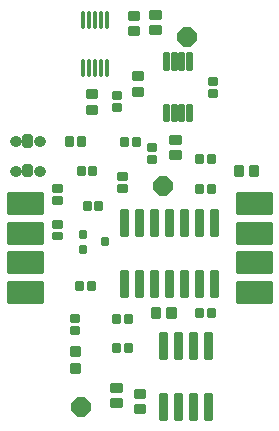
<source format=gbr>
G04 EAGLE Gerber RS-274X export*
G75*
%MOMM*%
%FSLAX34Y34*%
%LPD*%
%INSoldermask Top*%
%IPPOS*%
%AMOC8*
5,1,8,0,0,1.08239X$1,22.5*%
G01*
%ADD10C,0.377000*%
%ADD11C,0.231559*%
%ADD12C,0.223409*%
%ADD13C,0.225369*%
%ADD14C,0.927000*%
%ADD15C,0.528388*%
%ADD16C,0.231750*%
%ADD17C,0.229106*%
%ADD18C,0.228344*%
%ADD19C,0.231238*%
%ADD20P,1.761049X8X202.500000*%


D10*
X87000Y353250D02*
X87000Y341250D01*
X82000Y341250D02*
X82000Y353250D01*
X77000Y353250D02*
X77000Y341250D01*
X72000Y341250D02*
X72000Y353250D01*
X67000Y353250D02*
X67000Y341250D01*
X87000Y312750D02*
X87000Y300750D01*
X82000Y300750D02*
X82000Y312750D01*
X77000Y312750D02*
X77000Y300750D01*
X72000Y300750D02*
X72000Y312750D01*
X67000Y312750D02*
X67000Y300750D01*
D11*
X117355Y290161D02*
X117355Y284207D01*
X109401Y284207D01*
X109401Y290161D01*
X117355Y290161D01*
X117355Y286407D02*
X109401Y286407D01*
X109401Y288607D02*
X117355Y288607D01*
X117355Y297207D02*
X117355Y303161D01*
X117355Y297207D02*
X109401Y297207D01*
X109401Y303161D01*
X117355Y303161D01*
X117355Y299407D02*
X109401Y299407D01*
X109401Y301607D02*
X117355Y301607D01*
X77977Y274977D02*
X77977Y269023D01*
X70023Y269023D01*
X70023Y274977D01*
X77977Y274977D01*
X77977Y271223D02*
X70023Y271223D01*
X70023Y273423D02*
X77977Y273423D01*
X77977Y282023D02*
X77977Y287977D01*
X77977Y282023D02*
X70023Y282023D01*
X70023Y287977D01*
X77977Y287977D01*
X77977Y284223D02*
X70023Y284223D01*
X70023Y286423D02*
X77977Y286423D01*
X148977Y236477D02*
X148977Y230523D01*
X141023Y230523D01*
X141023Y236477D01*
X148977Y236477D01*
X148977Y232723D02*
X141023Y232723D01*
X141023Y234923D02*
X148977Y234923D01*
X148977Y243523D02*
X148977Y249477D01*
X148977Y243523D02*
X141023Y243523D01*
X141023Y249477D01*
X148977Y249477D01*
X148977Y245723D02*
X141023Y245723D01*
X141023Y247923D02*
X148977Y247923D01*
X195523Y216023D02*
X201477Y216023D01*
X195523Y216023D02*
X195523Y223977D01*
X201477Y223977D01*
X201477Y216023D01*
X201477Y218223D02*
X195523Y218223D01*
X195523Y220423D02*
X201477Y220423D01*
X201477Y222623D02*
X195523Y222623D01*
X208523Y216023D02*
X214477Y216023D01*
X208523Y216023D02*
X208523Y223977D01*
X214477Y223977D01*
X214477Y216023D01*
X214477Y218223D02*
X208523Y218223D01*
X208523Y220423D02*
X214477Y220423D01*
X214477Y222623D02*
X208523Y222623D01*
X131477Y96023D02*
X125523Y96023D01*
X125523Y103977D01*
X131477Y103977D01*
X131477Y96023D01*
X131477Y98223D02*
X125523Y98223D01*
X125523Y100423D02*
X131477Y100423D01*
X131477Y102623D02*
X125523Y102623D01*
X138523Y96023D02*
X144477Y96023D01*
X138523Y96023D02*
X138523Y103977D01*
X144477Y103977D01*
X144477Y96023D01*
X144477Y98223D02*
X138523Y98223D01*
X138523Y100423D02*
X144477Y100423D01*
X144477Y102623D02*
X138523Y102623D01*
X91023Y39477D02*
X91023Y33523D01*
X91023Y39477D02*
X98977Y39477D01*
X98977Y33523D01*
X91023Y33523D01*
X91023Y35723D02*
X98977Y35723D01*
X98977Y37923D02*
X91023Y37923D01*
X91023Y26477D02*
X91023Y20523D01*
X91023Y26477D02*
X98977Y26477D01*
X98977Y20523D01*
X91023Y20523D01*
X91023Y22723D02*
X98977Y22723D01*
X98977Y24923D02*
X91023Y24923D01*
X118977Y21477D02*
X118977Y15523D01*
X111023Y15523D01*
X111023Y21477D01*
X118977Y21477D01*
X118977Y17723D02*
X111023Y17723D01*
X111023Y19923D02*
X118977Y19923D01*
X118977Y28523D02*
X118977Y34477D01*
X118977Y28523D02*
X111023Y28523D01*
X111023Y34477D01*
X118977Y34477D01*
X118977Y30723D02*
X111023Y30723D01*
X111023Y32923D02*
X118977Y32923D01*
X113977Y335523D02*
X113977Y341477D01*
X113977Y335523D02*
X106023Y335523D01*
X106023Y341477D01*
X113977Y341477D01*
X113977Y337723D02*
X106023Y337723D01*
X106023Y339923D02*
X113977Y339923D01*
X113977Y348523D02*
X113977Y354477D01*
X113977Y348523D02*
X106023Y348523D01*
X106023Y354477D01*
X113977Y354477D01*
X113977Y350723D02*
X106023Y350723D01*
X106023Y352923D02*
X113977Y352923D01*
X131977Y341977D02*
X131977Y336023D01*
X124023Y336023D01*
X124023Y341977D01*
X131977Y341977D01*
X131977Y338223D02*
X124023Y338223D01*
X124023Y340423D02*
X131977Y340423D01*
X131977Y349023D02*
X131977Y354977D01*
X131977Y349023D02*
X124023Y349023D01*
X124023Y354977D01*
X131977Y354977D01*
X131977Y351223D02*
X124023Y351223D01*
X124023Y353423D02*
X131977Y353423D01*
D12*
X64482Y169018D02*
X64482Y163982D01*
X64482Y169018D02*
X69018Y169018D01*
X69018Y163982D01*
X64482Y163982D01*
X64482Y166104D02*
X69018Y166104D01*
X69018Y168226D02*
X64482Y168226D01*
X64482Y156018D02*
X64482Y150982D01*
X64482Y156018D02*
X69018Y156018D01*
X69018Y150982D01*
X64482Y150982D01*
X64482Y153104D02*
X69018Y153104D01*
X69018Y155226D02*
X64482Y155226D01*
X82982Y157482D02*
X82982Y162518D01*
X87518Y162518D01*
X87518Y157482D01*
X82982Y157482D01*
X82982Y159604D02*
X87518Y159604D01*
X87518Y161726D02*
X82982Y161726D01*
D13*
X162892Y186508D02*
X167908Y186508D01*
X167908Y165492D01*
X162892Y165492D01*
X162892Y186508D01*
X162892Y167633D02*
X167908Y167633D01*
X167908Y169774D02*
X162892Y169774D01*
X162892Y171915D02*
X167908Y171915D01*
X167908Y174056D02*
X162892Y174056D01*
X162892Y176197D02*
X167908Y176197D01*
X167908Y178338D02*
X162892Y178338D01*
X162892Y180479D02*
X167908Y180479D01*
X167908Y182620D02*
X162892Y182620D01*
X162892Y184761D02*
X167908Y184761D01*
X167908Y134508D02*
X162892Y134508D01*
X167908Y134508D02*
X167908Y113492D01*
X162892Y113492D01*
X162892Y134508D01*
X162892Y115633D02*
X167908Y115633D01*
X167908Y117774D02*
X162892Y117774D01*
X162892Y119915D02*
X167908Y119915D01*
X167908Y122056D02*
X162892Y122056D01*
X162892Y124197D02*
X167908Y124197D01*
X167908Y126338D02*
X162892Y126338D01*
X162892Y128479D02*
X167908Y128479D01*
X167908Y130620D02*
X162892Y130620D01*
X162892Y132761D02*
X167908Y132761D01*
X175592Y186508D02*
X180608Y186508D01*
X180608Y165492D01*
X175592Y165492D01*
X175592Y186508D01*
X175592Y167633D02*
X180608Y167633D01*
X180608Y169774D02*
X175592Y169774D01*
X175592Y171915D02*
X180608Y171915D01*
X180608Y174056D02*
X175592Y174056D01*
X175592Y176197D02*
X180608Y176197D01*
X180608Y178338D02*
X175592Y178338D01*
X175592Y180479D02*
X180608Y180479D01*
X180608Y182620D02*
X175592Y182620D01*
X175592Y184761D02*
X180608Y184761D01*
X155208Y186508D02*
X150192Y186508D01*
X155208Y186508D02*
X155208Y165492D01*
X150192Y165492D01*
X150192Y186508D01*
X150192Y167633D02*
X155208Y167633D01*
X155208Y169774D02*
X150192Y169774D01*
X150192Y171915D02*
X155208Y171915D01*
X155208Y174056D02*
X150192Y174056D01*
X150192Y176197D02*
X155208Y176197D01*
X155208Y178338D02*
X150192Y178338D01*
X150192Y180479D02*
X155208Y180479D01*
X155208Y182620D02*
X150192Y182620D01*
X150192Y184761D02*
X155208Y184761D01*
X142508Y186508D02*
X137492Y186508D01*
X142508Y186508D02*
X142508Y165492D01*
X137492Y165492D01*
X137492Y186508D01*
X137492Y167633D02*
X142508Y167633D01*
X142508Y169774D02*
X137492Y169774D01*
X137492Y171915D02*
X142508Y171915D01*
X142508Y174056D02*
X137492Y174056D01*
X137492Y176197D02*
X142508Y176197D01*
X142508Y178338D02*
X137492Y178338D01*
X137492Y180479D02*
X142508Y180479D01*
X142508Y182620D02*
X137492Y182620D01*
X137492Y184761D02*
X142508Y184761D01*
X175592Y134508D02*
X180608Y134508D01*
X180608Y113492D01*
X175592Y113492D01*
X175592Y134508D01*
X175592Y115633D02*
X180608Y115633D01*
X180608Y117774D02*
X175592Y117774D01*
X175592Y119915D02*
X180608Y119915D01*
X180608Y122056D02*
X175592Y122056D01*
X175592Y124197D02*
X180608Y124197D01*
X180608Y126338D02*
X175592Y126338D01*
X175592Y128479D02*
X180608Y128479D01*
X180608Y130620D02*
X175592Y130620D01*
X175592Y132761D02*
X180608Y132761D01*
X155208Y134508D02*
X150192Y134508D01*
X155208Y134508D02*
X155208Y113492D01*
X150192Y113492D01*
X150192Y134508D01*
X150192Y115633D02*
X155208Y115633D01*
X155208Y117774D02*
X150192Y117774D01*
X150192Y119915D02*
X155208Y119915D01*
X155208Y122056D02*
X150192Y122056D01*
X150192Y124197D02*
X155208Y124197D01*
X155208Y126338D02*
X150192Y126338D01*
X150192Y128479D02*
X155208Y128479D01*
X155208Y130620D02*
X150192Y130620D01*
X150192Y132761D02*
X155208Y132761D01*
X142508Y134508D02*
X137492Y134508D01*
X142508Y134508D02*
X142508Y113492D01*
X137492Y113492D01*
X137492Y134508D01*
X137492Y115633D02*
X142508Y115633D01*
X142508Y117774D02*
X137492Y117774D01*
X137492Y119915D02*
X142508Y119915D01*
X142508Y122056D02*
X137492Y122056D01*
X137492Y124197D02*
X142508Y124197D01*
X142508Y126338D02*
X137492Y126338D01*
X137492Y128479D02*
X142508Y128479D01*
X142508Y130620D02*
X137492Y130620D01*
X137492Y132761D02*
X142508Y132761D01*
X117108Y186508D02*
X112092Y186508D01*
X117108Y186508D02*
X117108Y165492D01*
X112092Y165492D01*
X112092Y186508D01*
X112092Y167633D02*
X117108Y167633D01*
X117108Y169774D02*
X112092Y169774D01*
X112092Y171915D02*
X117108Y171915D01*
X117108Y174056D02*
X112092Y174056D01*
X112092Y176197D02*
X117108Y176197D01*
X117108Y178338D02*
X112092Y178338D01*
X112092Y180479D02*
X117108Y180479D01*
X117108Y182620D02*
X112092Y182620D01*
X112092Y184761D02*
X117108Y184761D01*
X117108Y134508D02*
X112092Y134508D01*
X117108Y134508D02*
X117108Y113492D01*
X112092Y113492D01*
X112092Y134508D01*
X112092Y115633D02*
X117108Y115633D01*
X117108Y117774D02*
X112092Y117774D01*
X112092Y119915D02*
X117108Y119915D01*
X117108Y122056D02*
X112092Y122056D01*
X112092Y124197D02*
X117108Y124197D01*
X117108Y126338D02*
X112092Y126338D01*
X112092Y128479D02*
X117108Y128479D01*
X117108Y130620D02*
X112092Y130620D01*
X112092Y132761D02*
X117108Y132761D01*
X124792Y186508D02*
X129808Y186508D01*
X129808Y165492D01*
X124792Y165492D01*
X124792Y186508D01*
X124792Y167633D02*
X129808Y167633D01*
X129808Y169774D02*
X124792Y169774D01*
X124792Y171915D02*
X129808Y171915D01*
X129808Y174056D02*
X124792Y174056D01*
X124792Y176197D02*
X129808Y176197D01*
X129808Y178338D02*
X124792Y178338D01*
X124792Y180479D02*
X129808Y180479D01*
X129808Y182620D02*
X124792Y182620D01*
X124792Y184761D02*
X129808Y184761D01*
X104408Y186508D02*
X99392Y186508D01*
X104408Y186508D02*
X104408Y165492D01*
X99392Y165492D01*
X99392Y186508D01*
X99392Y167633D02*
X104408Y167633D01*
X104408Y169774D02*
X99392Y169774D01*
X99392Y171915D02*
X104408Y171915D01*
X104408Y174056D02*
X99392Y174056D01*
X99392Y176197D02*
X104408Y176197D01*
X104408Y178338D02*
X99392Y178338D01*
X99392Y180479D02*
X104408Y180479D01*
X104408Y182620D02*
X99392Y182620D01*
X99392Y184761D02*
X104408Y184761D01*
X124792Y134508D02*
X129808Y134508D01*
X129808Y113492D01*
X124792Y113492D01*
X124792Y134508D01*
X124792Y115633D02*
X129808Y115633D01*
X129808Y117774D02*
X124792Y117774D01*
X124792Y119915D02*
X129808Y119915D01*
X129808Y122056D02*
X124792Y122056D01*
X124792Y124197D02*
X129808Y124197D01*
X129808Y126338D02*
X124792Y126338D01*
X124792Y128479D02*
X129808Y128479D01*
X129808Y130620D02*
X124792Y130620D01*
X124792Y132761D02*
X129808Y132761D01*
X104408Y134508D02*
X99392Y134508D01*
X104408Y134508D02*
X104408Y113492D01*
X99392Y113492D01*
X99392Y134508D01*
X99392Y115633D02*
X104408Y115633D01*
X104408Y117774D02*
X99392Y117774D01*
X99392Y119915D02*
X104408Y119915D01*
X104408Y122056D02*
X99392Y122056D01*
X99392Y124197D02*
X104408Y124197D01*
X104408Y126338D02*
X99392Y126338D01*
X99392Y128479D02*
X104408Y128479D01*
X104408Y130620D02*
X99392Y130620D01*
X99392Y132761D02*
X104408Y132761D01*
D14*
X30605Y220000D02*
X29715Y220000D01*
D15*
X18007Y217007D02*
X18007Y222993D01*
X21993Y222993D01*
X21993Y217007D01*
X18007Y217007D01*
X18007Y222027D02*
X21993Y222027D01*
D14*
X10285Y220000D02*
X9395Y220000D01*
X29715Y245000D02*
X30605Y245000D01*
D15*
X18007Y242007D02*
X18007Y247993D01*
X21993Y247993D01*
X21993Y242007D01*
X18007Y242007D01*
X18007Y247027D02*
X21993Y247027D01*
D14*
X10285Y245000D02*
X9395Y245000D01*
D16*
X56524Y55976D02*
X63476Y55976D01*
X63476Y49024D01*
X56524Y49024D01*
X56524Y55976D01*
X56524Y51226D02*
X63476Y51226D01*
X63476Y53428D02*
X56524Y53428D01*
X56524Y55630D02*
X63476Y55630D01*
X63476Y70976D02*
X56524Y70976D01*
X63476Y70976D02*
X63476Y64024D01*
X56524Y64024D01*
X56524Y70976D01*
X56524Y66226D02*
X63476Y66226D01*
X63476Y68428D02*
X56524Y68428D01*
X56524Y70630D02*
X63476Y70630D01*
D17*
X155003Y306242D02*
X155003Y319446D01*
X158301Y319446D01*
X158301Y306242D01*
X155003Y306242D01*
X155003Y308418D02*
X158301Y308418D01*
X158301Y310594D02*
X155003Y310594D01*
X155003Y312770D02*
X158301Y312770D01*
X158301Y314946D02*
X155003Y314946D01*
X155003Y317122D02*
X158301Y317122D01*
X158301Y319298D02*
X155003Y319298D01*
X148653Y319446D02*
X148653Y306242D01*
X148653Y319446D02*
X151951Y319446D01*
X151951Y306242D01*
X148653Y306242D01*
X148653Y308418D02*
X151951Y308418D01*
X151951Y310594D02*
X148653Y310594D01*
X148653Y312770D02*
X151951Y312770D01*
X151951Y314946D02*
X148653Y314946D01*
X148653Y317122D02*
X151951Y317122D01*
X151951Y319298D02*
X148653Y319298D01*
X142049Y319446D02*
X142049Y306242D01*
X142049Y319446D02*
X145347Y319446D01*
X145347Y306242D01*
X142049Y306242D01*
X142049Y308418D02*
X145347Y308418D01*
X145347Y310594D02*
X142049Y310594D01*
X142049Y312770D02*
X145347Y312770D01*
X145347Y314946D02*
X142049Y314946D01*
X142049Y317122D02*
X145347Y317122D01*
X145347Y319298D02*
X142049Y319298D01*
X135699Y319446D02*
X135699Y306242D01*
X135699Y319446D02*
X138997Y319446D01*
X138997Y306242D01*
X135699Y306242D01*
X135699Y308418D02*
X138997Y308418D01*
X138997Y310594D02*
X135699Y310594D01*
X135699Y312770D02*
X138997Y312770D01*
X138997Y314946D02*
X135699Y314946D01*
X135699Y317122D02*
X138997Y317122D01*
X138997Y319298D02*
X135699Y319298D01*
X135699Y275758D02*
X135699Y262554D01*
X135699Y275758D02*
X138997Y275758D01*
X138997Y262554D01*
X135699Y262554D01*
X135699Y264730D02*
X138997Y264730D01*
X138997Y266906D02*
X135699Y266906D01*
X135699Y269082D02*
X138997Y269082D01*
X138997Y271258D02*
X135699Y271258D01*
X135699Y273434D02*
X138997Y273434D01*
X138997Y275610D02*
X135699Y275610D01*
X142049Y275758D02*
X142049Y262554D01*
X142049Y275758D02*
X145347Y275758D01*
X145347Y262554D01*
X142049Y262554D01*
X142049Y264730D02*
X145347Y264730D01*
X145347Y266906D02*
X142049Y266906D01*
X142049Y269082D02*
X145347Y269082D01*
X145347Y271258D02*
X142049Y271258D01*
X142049Y273434D02*
X145347Y273434D01*
X145347Y275610D02*
X142049Y275610D01*
X148653Y275758D02*
X148653Y262554D01*
X148653Y275758D02*
X151951Y275758D01*
X151951Y262554D01*
X148653Y262554D01*
X148653Y264730D02*
X151951Y264730D01*
X151951Y266906D02*
X148653Y266906D01*
X148653Y269082D02*
X151951Y269082D01*
X151951Y271258D02*
X148653Y271258D01*
X148653Y273434D02*
X151951Y273434D01*
X151951Y275610D02*
X148653Y275610D01*
X155003Y275758D02*
X155003Y262554D01*
X155003Y275758D02*
X158301Y275758D01*
X158301Y262554D01*
X155003Y262554D01*
X155003Y264730D02*
X158301Y264730D01*
X158301Y266906D02*
X155003Y266906D01*
X155003Y269082D02*
X158301Y269082D01*
X158301Y271258D02*
X155003Y271258D01*
X155003Y273434D02*
X158301Y273434D01*
X158301Y275610D02*
X155003Y275610D01*
D13*
X173992Y293492D02*
X173992Y298508D01*
X180008Y298508D01*
X180008Y293492D01*
X173992Y293492D01*
X173992Y295633D02*
X180008Y295633D01*
X180008Y297774D02*
X173992Y297774D01*
X173992Y288508D02*
X173992Y283492D01*
X173992Y288508D02*
X180008Y288508D01*
X180008Y283492D01*
X173992Y283492D01*
X173992Y285633D02*
X180008Y285633D01*
X180008Y287774D02*
X173992Y287774D01*
X107508Y98008D02*
X102492Y98008D01*
X107508Y98008D02*
X107508Y91992D01*
X102492Y91992D01*
X102492Y98008D01*
X102492Y94133D02*
X107508Y94133D01*
X107508Y96274D02*
X102492Y96274D01*
X97508Y98008D02*
X92492Y98008D01*
X97508Y98008D02*
X97508Y91992D01*
X92492Y91992D01*
X92492Y98008D01*
X92492Y94133D02*
X97508Y94133D01*
X97508Y96274D02*
X92492Y96274D01*
X92492Y66992D02*
X97508Y66992D01*
X92492Y66992D02*
X92492Y73008D01*
X97508Y73008D01*
X97508Y66992D01*
X97508Y69133D02*
X92492Y69133D01*
X92492Y71274D02*
X97508Y71274D01*
X102492Y66992D02*
X107508Y66992D01*
X102492Y66992D02*
X102492Y73008D01*
X107508Y73008D01*
X107508Y66992D01*
X107508Y69133D02*
X102492Y69133D01*
X102492Y71274D02*
X107508Y71274D01*
X82508Y193008D02*
X77492Y193008D01*
X82508Y193008D02*
X82508Y186992D01*
X77492Y186992D01*
X77492Y193008D01*
X77492Y189133D02*
X82508Y189133D01*
X82508Y191274D02*
X77492Y191274D01*
X72508Y193008D02*
X67492Y193008D01*
X72508Y193008D02*
X72508Y186992D01*
X67492Y186992D01*
X67492Y193008D01*
X67492Y189133D02*
X72508Y189133D01*
X72508Y191274D02*
X67492Y191274D01*
X99146Y241393D02*
X104162Y241393D01*
X99146Y241393D02*
X99146Y247409D01*
X104162Y247409D01*
X104162Y241393D01*
X104162Y243534D02*
X99146Y243534D01*
X99146Y245675D02*
X104162Y245675D01*
X109146Y241393D02*
X114162Y241393D01*
X109146Y241393D02*
X109146Y247409D01*
X114162Y247409D01*
X114162Y241393D01*
X114162Y243534D02*
X109146Y243534D01*
X109146Y245675D02*
X114162Y245675D01*
X67508Y216992D02*
X62492Y216992D01*
X62492Y223008D01*
X67508Y223008D01*
X67508Y216992D01*
X67508Y219133D02*
X62492Y219133D01*
X62492Y221274D02*
X67508Y221274D01*
X72492Y216992D02*
X77508Y216992D01*
X72492Y216992D02*
X72492Y223008D01*
X77508Y223008D01*
X77508Y216992D01*
X77508Y219133D02*
X72492Y219133D01*
X72492Y221274D02*
X77508Y221274D01*
X56992Y97508D02*
X56992Y92492D01*
X56992Y97508D02*
X63008Y97508D01*
X63008Y92492D01*
X56992Y92492D01*
X56992Y94633D02*
X63008Y94633D01*
X63008Y96774D02*
X56992Y96774D01*
X56992Y87508D02*
X56992Y82492D01*
X56992Y87508D02*
X63008Y87508D01*
X63008Y82492D01*
X56992Y82492D01*
X56992Y84633D02*
X63008Y84633D01*
X63008Y86774D02*
X56992Y86774D01*
X48008Y192492D02*
X48008Y197508D01*
X48008Y192492D02*
X41992Y192492D01*
X41992Y197508D01*
X48008Y197508D01*
X48008Y194633D02*
X41992Y194633D01*
X41992Y196774D02*
X48008Y196774D01*
X48008Y202492D02*
X48008Y207508D01*
X48008Y202492D02*
X41992Y202492D01*
X41992Y207508D01*
X48008Y207508D01*
X48008Y204633D02*
X41992Y204633D01*
X41992Y206774D02*
X48008Y206774D01*
X41992Y177508D02*
X41992Y172492D01*
X41992Y177508D02*
X48008Y177508D01*
X48008Y172492D01*
X41992Y172492D01*
X41992Y174633D02*
X48008Y174633D01*
X48008Y176774D02*
X41992Y176774D01*
X41992Y167508D02*
X41992Y162492D01*
X41992Y167508D02*
X48008Y167508D01*
X48008Y162492D01*
X41992Y162492D01*
X41992Y164633D02*
X48008Y164633D01*
X48008Y166774D02*
X41992Y166774D01*
X98008Y271492D02*
X98008Y276508D01*
X98008Y271492D02*
X91992Y271492D01*
X91992Y276508D01*
X98008Y276508D01*
X98008Y273633D02*
X91992Y273633D01*
X91992Y275774D02*
X98008Y275774D01*
X98008Y281492D02*
X98008Y286508D01*
X98008Y281492D02*
X91992Y281492D01*
X91992Y286508D01*
X98008Y286508D01*
X98008Y283633D02*
X91992Y283633D01*
X91992Y285774D02*
X98008Y285774D01*
X162492Y201992D02*
X167508Y201992D01*
X162492Y201992D02*
X162492Y208008D01*
X167508Y208008D01*
X167508Y201992D01*
X167508Y204133D02*
X162492Y204133D01*
X162492Y206274D02*
X167508Y206274D01*
X172492Y201992D02*
X177508Y201992D01*
X172492Y201992D02*
X172492Y208008D01*
X177508Y208008D01*
X177508Y201992D01*
X177508Y204133D02*
X172492Y204133D01*
X172492Y206274D02*
X177508Y206274D01*
X167508Y96992D02*
X162492Y96992D01*
X162492Y103008D01*
X167508Y103008D01*
X167508Y96992D01*
X167508Y99133D02*
X162492Y99133D01*
X162492Y101274D02*
X167508Y101274D01*
X172492Y96992D02*
X177508Y96992D01*
X172492Y96992D02*
X172492Y103008D01*
X177508Y103008D01*
X177508Y96992D01*
X177508Y99133D02*
X172492Y99133D01*
X172492Y101274D02*
X177508Y101274D01*
X121992Y237492D02*
X121992Y242508D01*
X128008Y242508D01*
X128008Y237492D01*
X121992Y237492D01*
X121992Y239633D02*
X128008Y239633D01*
X128008Y241774D02*
X121992Y241774D01*
X121992Y232508D02*
X121992Y227492D01*
X121992Y232508D02*
X128008Y232508D01*
X128008Y227492D01*
X121992Y227492D01*
X121992Y229633D02*
X128008Y229633D01*
X128008Y231774D02*
X121992Y231774D01*
X172492Y233008D02*
X177508Y233008D01*
X177508Y226992D01*
X172492Y226992D01*
X172492Y233008D01*
X172492Y229133D02*
X177508Y229133D01*
X177508Y231274D02*
X172492Y231274D01*
X167508Y233008D02*
X162492Y233008D01*
X167508Y233008D02*
X167508Y226992D01*
X162492Y226992D01*
X162492Y233008D01*
X162492Y229133D02*
X167508Y229133D01*
X167508Y231274D02*
X162492Y231274D01*
X67508Y248008D02*
X62492Y248008D01*
X67508Y248008D02*
X67508Y241992D01*
X62492Y241992D01*
X62492Y248008D01*
X62492Y244133D02*
X67508Y244133D01*
X67508Y246274D02*
X62492Y246274D01*
X57508Y248008D02*
X52492Y248008D01*
X57508Y248008D02*
X57508Y241992D01*
X52492Y241992D01*
X52492Y248008D01*
X52492Y244133D02*
X57508Y244133D01*
X57508Y246274D02*
X52492Y246274D01*
X96992Y217508D02*
X96992Y212492D01*
X96992Y217508D02*
X103008Y217508D01*
X103008Y212492D01*
X96992Y212492D01*
X96992Y214633D02*
X103008Y214633D01*
X103008Y216774D02*
X96992Y216774D01*
X96992Y207508D02*
X96992Y202492D01*
X96992Y207508D02*
X103008Y207508D01*
X103008Y202492D01*
X96992Y202492D01*
X96992Y204633D02*
X103008Y204633D01*
X103008Y206774D02*
X96992Y206774D01*
X66508Y119992D02*
X61492Y119992D01*
X61492Y126008D01*
X66508Y126008D01*
X66508Y119992D01*
X66508Y122133D02*
X61492Y122133D01*
X61492Y124274D02*
X66508Y124274D01*
X71492Y119992D02*
X76508Y119992D01*
X71492Y119992D02*
X71492Y126008D01*
X76508Y126008D01*
X76508Y119992D01*
X76508Y122133D02*
X71492Y122133D01*
X71492Y124274D02*
X76508Y124274D01*
D18*
X170508Y82705D02*
X175592Y82705D01*
X175592Y61619D01*
X170508Y61619D01*
X170508Y82705D01*
X170508Y63788D02*
X175592Y63788D01*
X175592Y65957D02*
X170508Y65957D01*
X170508Y68126D02*
X175592Y68126D01*
X175592Y70295D02*
X170508Y70295D01*
X170508Y72464D02*
X175592Y72464D01*
X175592Y74633D02*
X170508Y74633D01*
X170508Y76802D02*
X175592Y76802D01*
X175592Y78971D02*
X170508Y78971D01*
X170508Y81140D02*
X175592Y81140D01*
X175592Y30381D02*
X170508Y30381D01*
X175592Y30381D02*
X175592Y9295D01*
X170508Y9295D01*
X170508Y30381D01*
X170508Y11464D02*
X175592Y11464D01*
X175592Y13633D02*
X170508Y13633D01*
X170508Y15802D02*
X175592Y15802D01*
X175592Y17971D02*
X170508Y17971D01*
X170508Y20140D02*
X175592Y20140D01*
X175592Y22309D02*
X170508Y22309D01*
X170508Y24478D02*
X175592Y24478D01*
X175592Y26647D02*
X170508Y26647D01*
X170508Y28816D02*
X175592Y28816D01*
X162892Y82705D02*
X157808Y82705D01*
X162892Y82705D02*
X162892Y61619D01*
X157808Y61619D01*
X157808Y82705D01*
X157808Y63788D02*
X162892Y63788D01*
X162892Y65957D02*
X157808Y65957D01*
X157808Y68126D02*
X162892Y68126D01*
X162892Y70295D02*
X157808Y70295D01*
X157808Y72464D02*
X162892Y72464D01*
X162892Y74633D02*
X157808Y74633D01*
X157808Y76802D02*
X162892Y76802D01*
X162892Y78971D02*
X157808Y78971D01*
X157808Y81140D02*
X162892Y81140D01*
X150192Y82705D02*
X145108Y82705D01*
X150192Y82705D02*
X150192Y61619D01*
X145108Y61619D01*
X145108Y82705D01*
X145108Y63788D02*
X150192Y63788D01*
X150192Y65957D02*
X145108Y65957D01*
X145108Y68126D02*
X150192Y68126D01*
X150192Y70295D02*
X145108Y70295D01*
X145108Y72464D02*
X150192Y72464D01*
X150192Y74633D02*
X145108Y74633D01*
X145108Y76802D02*
X150192Y76802D01*
X150192Y78971D02*
X145108Y78971D01*
X145108Y81140D02*
X150192Y81140D01*
X157808Y30381D02*
X162892Y30381D01*
X162892Y9295D01*
X157808Y9295D01*
X157808Y30381D01*
X157808Y11464D02*
X162892Y11464D01*
X162892Y13633D02*
X157808Y13633D01*
X157808Y15802D02*
X162892Y15802D01*
X162892Y17971D02*
X157808Y17971D01*
X157808Y20140D02*
X162892Y20140D01*
X162892Y22309D02*
X157808Y22309D01*
X157808Y24478D02*
X162892Y24478D01*
X162892Y26647D02*
X157808Y26647D01*
X157808Y28816D02*
X162892Y28816D01*
X150192Y30381D02*
X145108Y30381D01*
X150192Y30381D02*
X150192Y9295D01*
X145108Y9295D01*
X145108Y30381D01*
X145108Y11464D02*
X150192Y11464D01*
X150192Y13633D02*
X145108Y13633D01*
X145108Y15802D02*
X150192Y15802D01*
X150192Y17971D02*
X145108Y17971D01*
X145108Y20140D02*
X150192Y20140D01*
X150192Y22309D02*
X145108Y22309D01*
X145108Y24478D02*
X150192Y24478D01*
X150192Y26647D02*
X145108Y26647D01*
X145108Y28816D02*
X150192Y28816D01*
X137492Y82705D02*
X132408Y82705D01*
X137492Y82705D02*
X137492Y61619D01*
X132408Y61619D01*
X132408Y82705D01*
X132408Y63788D02*
X137492Y63788D01*
X137492Y65957D02*
X132408Y65957D01*
X132408Y68126D02*
X137492Y68126D01*
X137492Y70295D02*
X132408Y70295D01*
X132408Y72464D02*
X137492Y72464D01*
X137492Y74633D02*
X132408Y74633D01*
X132408Y76802D02*
X137492Y76802D01*
X137492Y78971D02*
X132408Y78971D01*
X132408Y81140D02*
X137492Y81140D01*
X137492Y30381D02*
X132408Y30381D01*
X137492Y30381D02*
X137492Y9295D01*
X132408Y9295D01*
X132408Y30381D01*
X132408Y11464D02*
X137492Y11464D01*
X137492Y13633D02*
X132408Y13633D01*
X132408Y15802D02*
X137492Y15802D01*
X137492Y17971D02*
X132408Y17971D01*
X132408Y20140D02*
X137492Y20140D01*
X137492Y22309D02*
X132408Y22309D01*
X132408Y24478D02*
X137492Y24478D01*
X137492Y26647D02*
X132408Y26647D01*
X132408Y28816D02*
X137492Y28816D01*
D19*
X226479Y108821D02*
X226479Y125779D01*
X226479Y108821D02*
X197521Y108821D01*
X197521Y125779D01*
X226479Y125779D01*
X226479Y111017D02*
X197521Y111017D01*
X197521Y113213D02*
X226479Y113213D01*
X226479Y115409D02*
X197521Y115409D01*
X197521Y117605D02*
X226479Y117605D01*
X226479Y119801D02*
X197521Y119801D01*
X197521Y121997D02*
X226479Y121997D01*
X226479Y124193D02*
X197521Y124193D01*
X226479Y134221D02*
X226479Y151179D01*
X226479Y134221D02*
X197521Y134221D01*
X197521Y151179D01*
X226479Y151179D01*
X226479Y136417D02*
X197521Y136417D01*
X197521Y138613D02*
X226479Y138613D01*
X226479Y140809D02*
X197521Y140809D01*
X197521Y143005D02*
X226479Y143005D01*
X226479Y145201D02*
X197521Y145201D01*
X197521Y147397D02*
X226479Y147397D01*
X226479Y149593D02*
X197521Y149593D01*
X197521Y184221D02*
X197521Y201179D01*
X226479Y201179D01*
X226479Y184221D01*
X197521Y184221D01*
X197521Y186417D02*
X226479Y186417D01*
X226479Y188613D02*
X197521Y188613D01*
X197521Y190809D02*
X226479Y190809D01*
X226479Y193005D02*
X197521Y193005D01*
X197521Y195201D02*
X226479Y195201D01*
X226479Y197397D02*
X197521Y197397D01*
X197521Y199593D02*
X226479Y199593D01*
X197521Y175779D02*
X197521Y158821D01*
X197521Y175779D02*
X226479Y175779D01*
X226479Y158821D01*
X197521Y158821D01*
X197521Y161017D02*
X226479Y161017D01*
X226479Y163213D02*
X197521Y163213D01*
X197521Y165409D02*
X226479Y165409D01*
X226479Y167605D02*
X197521Y167605D01*
X197521Y169801D02*
X226479Y169801D01*
X226479Y171997D02*
X197521Y171997D01*
X197521Y174193D02*
X226479Y174193D01*
X32479Y125779D02*
X32479Y108821D01*
X3521Y108821D01*
X3521Y125779D01*
X32479Y125779D01*
X32479Y111017D02*
X3521Y111017D01*
X3521Y113213D02*
X32479Y113213D01*
X32479Y115409D02*
X3521Y115409D01*
X3521Y117605D02*
X32479Y117605D01*
X32479Y119801D02*
X3521Y119801D01*
X3521Y121997D02*
X32479Y121997D01*
X32479Y124193D02*
X3521Y124193D01*
X32479Y134221D02*
X32479Y151179D01*
X32479Y134221D02*
X3521Y134221D01*
X3521Y151179D01*
X32479Y151179D01*
X32479Y136417D02*
X3521Y136417D01*
X3521Y138613D02*
X32479Y138613D01*
X32479Y140809D02*
X3521Y140809D01*
X3521Y143005D02*
X32479Y143005D01*
X32479Y145201D02*
X3521Y145201D01*
X3521Y147397D02*
X32479Y147397D01*
X32479Y149593D02*
X3521Y149593D01*
X3521Y184221D02*
X3521Y201179D01*
X32479Y201179D01*
X32479Y184221D01*
X3521Y184221D01*
X3521Y186417D02*
X32479Y186417D01*
X32479Y188613D02*
X3521Y188613D01*
X3521Y190809D02*
X32479Y190809D01*
X32479Y193005D02*
X3521Y193005D01*
X3521Y195201D02*
X32479Y195201D01*
X32479Y197397D02*
X3521Y197397D01*
X3521Y199593D02*
X32479Y199593D01*
X3521Y175779D02*
X3521Y158821D01*
X3521Y175779D02*
X32479Y175779D01*
X32479Y158821D01*
X3521Y158821D01*
X3521Y161017D02*
X32479Y161017D01*
X32479Y163213D02*
X3521Y163213D01*
X3521Y165409D02*
X32479Y165409D01*
X32479Y167605D02*
X3521Y167605D01*
X3521Y169801D02*
X32479Y169801D01*
X32479Y171997D02*
X3521Y171997D01*
X3521Y174193D02*
X32479Y174193D01*
D20*
X65000Y20000D03*
X155083Y332983D03*
X135000Y207000D03*
M02*

</source>
